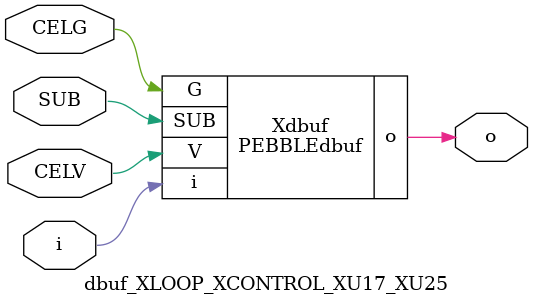
<source format=v>



module PEBBLEdbuf ( o, G, SUB, V, i );

  input V;
  input i;
  input G;
  output o;
  input SUB;
endmodule

//Celera Confidential Do Not Copy dbuf_XLOOP_XCONTROL_XU17_XU25
//Celera Confidential Symbol Generator
//Digital Buffer
module dbuf_XLOOP_XCONTROL_XU17_XU25 (CELV,CELG,i,o,SUB);
input CELV;
input CELG;
input i;
input SUB;
output o;

//Celera Confidential Do Not Copy dbuf
PEBBLEdbuf Xdbuf(
.V (CELV),
.i (i),
.o (o),
.SUB (SUB),
.G (CELG)
);
//,diesize,PEBBLEdbuf

//Celera Confidential Do Not Copy Module End
//Celera Schematic Generator
endmodule

</source>
